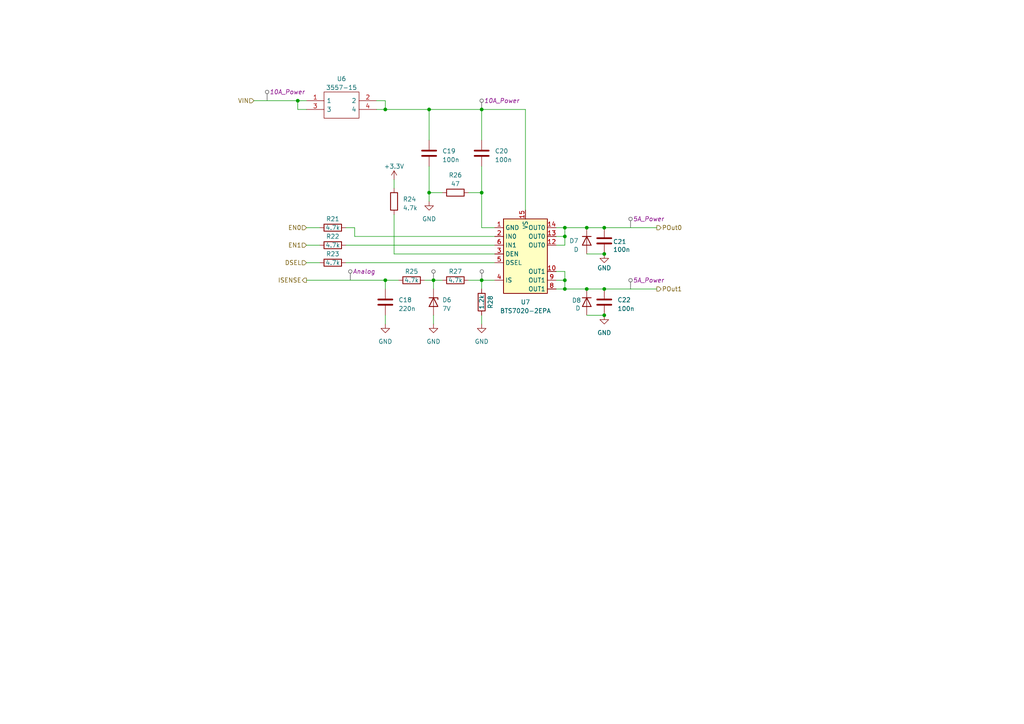
<source format=kicad_sch>
(kicad_sch
	(version 20231120)
	(generator "eeschema")
	(generator_version "8.0")
	(uuid "17d2bf03-0288-4dba-84df-a9998df25c7a")
	(paper "A4")
	(title_block
		(company "Nived Jayaprakash Nambiar ")
		(comment 1 "FasTTUBe Electronics")
	)
	(lib_symbols
		(symbol "3557-15:3557-15"
			(pin_names
				(offset 0.762)
			)
			(exclude_from_sim no)
			(in_bom yes)
			(on_board yes)
			(property "Reference" "U"
				(at 16.51 7.62 0)
				(effects
					(font
						(size 1.27 1.27)
					)
					(justify left)
				)
			)
			(property "Value" "3557-15"
				(at 16.51 5.08 0)
				(effects
					(font
						(size 1.27 1.27)
					)
					(justify left)
				)
			)
			(property "Footprint" "355715"
				(at 16.51 2.54 0)
				(effects
					(font
						(size 1.27 1.27)
					)
					(justify left)
					(hide yes)
				)
			)
			(property "Datasheet" "https://componentsearchengine.com/Datasheets/1/3557-15.pdf"
				(at 16.51 0 0)
				(effects
					(font
						(size 1.27 1.27)
					)
					(justify left)
					(hide yes)
				)
			)
			(property "Description" "Fuse Holder T/H 2 IN 1 AUTO BLDE HOLDER, BLUE 15A"
				(at 16.51 -2.54 0)
				(effects
					(font
						(size 1.27 1.27)
					)
					(justify left)
					(hide yes)
				)
			)
			(property "Height" "7.37"
				(at 16.51 -5.08 0)
				(effects
					(font
						(size 1.27 1.27)
					)
					(justify left)
					(hide yes)
				)
			)
			(property "heisener Part Number" ""
				(at 16.51 -7.62 0)
				(effects
					(font
						(size 1.27 1.27)
					)
					(justify left)
					(hide yes)
				)
			)
			(property "heisener Price/Stock" ""
				(at 16.51 -10.16 0)
				(effects
					(font
						(size 1.27 1.27)
					)
					(justify left)
					(hide yes)
				)
			)
			(property "Manufacturer_Name" "Keystone Electronics"
				(at 16.51 -12.7 0)
				(effects
					(font
						(size 1.27 1.27)
					)
					(justify left)
					(hide yes)
				)
			)
			(property "Manufacturer_Part_Number" "3557-15"
				(at 16.51 -15.24 0)
				(effects
					(font
						(size 1.27 1.27)
					)
					(justify left)
					(hide yes)
				)
			)
			(symbol "3557-15_0_0"
				(pin passive line
					(at 0 0 0)
					(length 5.08)
					(name "1"
						(effects
							(font
								(size 1.27 1.27)
							)
						)
					)
					(number "1"
						(effects
							(font
								(size 1.27 1.27)
							)
						)
					)
				)
				(pin passive line
					(at 20.32 0 180)
					(length 5.08)
					(name "2"
						(effects
							(font
								(size 1.27 1.27)
							)
						)
					)
					(number "2"
						(effects
							(font
								(size 1.27 1.27)
							)
						)
					)
				)
				(pin passive line
					(at 0 -2.54 0)
					(length 5.08)
					(name "3"
						(effects
							(font
								(size 1.27 1.27)
							)
						)
					)
					(number "3"
						(effects
							(font
								(size 1.27 1.27)
							)
						)
					)
				)
				(pin passive line
					(at 20.32 -2.54 180)
					(length 5.08)
					(name "4"
						(effects
							(font
								(size 1.27 1.27)
							)
						)
					)
					(number "4"
						(effects
							(font
								(size 1.27 1.27)
							)
						)
					)
				)
			)
			(symbol "3557-15_0_1"
				(polyline
					(pts
						(xy 5.08 2.54) (xy 15.24 2.54) (xy 15.24 -5.08) (xy 5.08 -5.08) (xy 5.08 2.54)
					)
					(stroke
						(width 0.1524)
						(type solid)
					)
					(fill
						(type none)
					)
				)
			)
		)
		(symbol "Device:C"
			(pin_numbers hide)
			(pin_names
				(offset 0.254)
			)
			(exclude_from_sim no)
			(in_bom yes)
			(on_board yes)
			(property "Reference" "C"
				(at 0.635 2.54 0)
				(effects
					(font
						(size 1.27 1.27)
					)
					(justify left)
				)
			)
			(property "Value" "C"
				(at 0.635 -2.54 0)
				(effects
					(font
						(size 1.27 1.27)
					)
					(justify left)
				)
			)
			(property "Footprint" ""
				(at 0.9652 -3.81 0)
				(effects
					(font
						(size 1.27 1.27)
					)
					(hide yes)
				)
			)
			(property "Datasheet" "~"
				(at 0 0 0)
				(effects
					(font
						(size 1.27 1.27)
					)
					(hide yes)
				)
			)
			(property "Description" "Unpolarized capacitor"
				(at 0 0 0)
				(effects
					(font
						(size 1.27 1.27)
					)
					(hide yes)
				)
			)
			(property "ki_keywords" "cap capacitor"
				(at 0 0 0)
				(effects
					(font
						(size 1.27 1.27)
					)
					(hide yes)
				)
			)
			(property "ki_fp_filters" "C_*"
				(at 0 0 0)
				(effects
					(font
						(size 1.27 1.27)
					)
					(hide yes)
				)
			)
			(symbol "C_0_1"
				(polyline
					(pts
						(xy -2.032 -0.762) (xy 2.032 -0.762)
					)
					(stroke
						(width 0.508)
						(type default)
					)
					(fill
						(type none)
					)
				)
				(polyline
					(pts
						(xy -2.032 0.762) (xy 2.032 0.762)
					)
					(stroke
						(width 0.508)
						(type default)
					)
					(fill
						(type none)
					)
				)
			)
			(symbol "C_1_1"
				(pin passive line
					(at 0 3.81 270)
					(length 2.794)
					(name "~"
						(effects
							(font
								(size 1.27 1.27)
							)
						)
					)
					(number "1"
						(effects
							(font
								(size 1.27 1.27)
							)
						)
					)
				)
				(pin passive line
					(at 0 -3.81 90)
					(length 2.794)
					(name "~"
						(effects
							(font
								(size 1.27 1.27)
							)
						)
					)
					(number "2"
						(effects
							(font
								(size 1.27 1.27)
							)
						)
					)
				)
			)
		)
		(symbol "Device:D"
			(pin_numbers hide)
			(pin_names
				(offset 1.016) hide)
			(exclude_from_sim no)
			(in_bom yes)
			(on_board yes)
			(property "Reference" "D"
				(at 0 2.54 0)
				(effects
					(font
						(size 1.27 1.27)
					)
				)
			)
			(property "Value" "D"
				(at 0 -2.54 0)
				(effects
					(font
						(size 1.27 1.27)
					)
				)
			)
			(property "Footprint" ""
				(at 0 0 0)
				(effects
					(font
						(size 1.27 1.27)
					)
					(hide yes)
				)
			)
			(property "Datasheet" "~"
				(at 0 0 0)
				(effects
					(font
						(size 1.27 1.27)
					)
					(hide yes)
				)
			)
			(property "Description" "Diode"
				(at 0 0 0)
				(effects
					(font
						(size 1.27 1.27)
					)
					(hide yes)
				)
			)
			(property "Sim.Device" "D"
				(at 0 0 0)
				(effects
					(font
						(size 1.27 1.27)
					)
					(hide yes)
				)
			)
			(property "Sim.Pins" "1=K 2=A"
				(at 0 0 0)
				(effects
					(font
						(size 1.27 1.27)
					)
					(hide yes)
				)
			)
			(property "ki_keywords" "diode"
				(at 0 0 0)
				(effects
					(font
						(size 1.27 1.27)
					)
					(hide yes)
				)
			)
			(property "ki_fp_filters" "TO-???* *_Diode_* *SingleDiode* D_*"
				(at 0 0 0)
				(effects
					(font
						(size 1.27 1.27)
					)
					(hide yes)
				)
			)
			(symbol "D_0_1"
				(polyline
					(pts
						(xy -1.27 1.27) (xy -1.27 -1.27)
					)
					(stroke
						(width 0.254)
						(type default)
					)
					(fill
						(type none)
					)
				)
				(polyline
					(pts
						(xy 1.27 0) (xy -1.27 0)
					)
					(stroke
						(width 0)
						(type default)
					)
					(fill
						(type none)
					)
				)
				(polyline
					(pts
						(xy 1.27 1.27) (xy 1.27 -1.27) (xy -1.27 0) (xy 1.27 1.27)
					)
					(stroke
						(width 0.254)
						(type default)
					)
					(fill
						(type none)
					)
				)
			)
			(symbol "D_1_1"
				(pin passive line
					(at -3.81 0 0)
					(length 2.54)
					(name "K"
						(effects
							(font
								(size 1.27 1.27)
							)
						)
					)
					(number "1"
						(effects
							(font
								(size 1.27 1.27)
							)
						)
					)
				)
				(pin passive line
					(at 3.81 0 180)
					(length 2.54)
					(name "A"
						(effects
							(font
								(size 1.27 1.27)
							)
						)
					)
					(number "2"
						(effects
							(font
								(size 1.27 1.27)
							)
						)
					)
				)
			)
		)
		(symbol "Device:D_Zener"
			(pin_numbers hide)
			(pin_names
				(offset 1.016) hide)
			(exclude_from_sim no)
			(in_bom yes)
			(on_board yes)
			(property "Reference" "D"
				(at 0 2.54 0)
				(effects
					(font
						(size 1.27 1.27)
					)
				)
			)
			(property "Value" "D_Zener"
				(at 0 -2.54 0)
				(effects
					(font
						(size 1.27 1.27)
					)
				)
			)
			(property "Footprint" ""
				(at 0 0 0)
				(effects
					(font
						(size 1.27 1.27)
					)
					(hide yes)
				)
			)
			(property "Datasheet" "~"
				(at 0 0 0)
				(effects
					(font
						(size 1.27 1.27)
					)
					(hide yes)
				)
			)
			(property "Description" "Zener diode"
				(at 0 0 0)
				(effects
					(font
						(size 1.27 1.27)
					)
					(hide yes)
				)
			)
			(property "ki_keywords" "diode"
				(at 0 0 0)
				(effects
					(font
						(size 1.27 1.27)
					)
					(hide yes)
				)
			)
			(property "ki_fp_filters" "TO-???* *_Diode_* *SingleDiode* D_*"
				(at 0 0 0)
				(effects
					(font
						(size 1.27 1.27)
					)
					(hide yes)
				)
			)
			(symbol "D_Zener_0_1"
				(polyline
					(pts
						(xy 1.27 0) (xy -1.27 0)
					)
					(stroke
						(width 0)
						(type default)
					)
					(fill
						(type none)
					)
				)
				(polyline
					(pts
						(xy -1.27 -1.27) (xy -1.27 1.27) (xy -0.762 1.27)
					)
					(stroke
						(width 0.254)
						(type default)
					)
					(fill
						(type none)
					)
				)
				(polyline
					(pts
						(xy 1.27 -1.27) (xy 1.27 1.27) (xy -1.27 0) (xy 1.27 -1.27)
					)
					(stroke
						(width 0.254)
						(type default)
					)
					(fill
						(type none)
					)
				)
			)
			(symbol "D_Zener_1_1"
				(pin passive line
					(at -3.81 0 0)
					(length 2.54)
					(name "K"
						(effects
							(font
								(size 1.27 1.27)
							)
						)
					)
					(number "1"
						(effects
							(font
								(size 1.27 1.27)
							)
						)
					)
				)
				(pin passive line
					(at 3.81 0 180)
					(length 2.54)
					(name "A"
						(effects
							(font
								(size 1.27 1.27)
							)
						)
					)
					(number "2"
						(effects
							(font
								(size 1.27 1.27)
							)
						)
					)
				)
			)
		)
		(symbol "Device:R"
			(pin_numbers hide)
			(pin_names
				(offset 0)
			)
			(exclude_from_sim no)
			(in_bom yes)
			(on_board yes)
			(property "Reference" "R"
				(at 2.032 0 90)
				(effects
					(font
						(size 1.27 1.27)
					)
				)
			)
			(property "Value" "R"
				(at 0 0 90)
				(effects
					(font
						(size 1.27 1.27)
					)
				)
			)
			(property "Footprint" ""
				(at -1.778 0 90)
				(effects
					(font
						(size 1.27 1.27)
					)
					(hide yes)
				)
			)
			(property "Datasheet" "~"
				(at 0 0 0)
				(effects
					(font
						(size 1.27 1.27)
					)
					(hide yes)
				)
			)
			(property "Description" "Resistor"
				(at 0 0 0)
				(effects
					(font
						(size 1.27 1.27)
					)
					(hide yes)
				)
			)
			(property "ki_keywords" "R res resistor"
				(at 0 0 0)
				(effects
					(font
						(size 1.27 1.27)
					)
					(hide yes)
				)
			)
			(property "ki_fp_filters" "R_*"
				(at 0 0 0)
				(effects
					(font
						(size 1.27 1.27)
					)
					(hide yes)
				)
			)
			(symbol "R_0_1"
				(rectangle
					(start -1.016 -2.54)
					(end 1.016 2.54)
					(stroke
						(width 0.254)
						(type default)
					)
					(fill
						(type none)
					)
				)
			)
			(symbol "R_1_1"
				(pin passive line
					(at 0 3.81 270)
					(length 1.27)
					(name "~"
						(effects
							(font
								(size 1.27 1.27)
							)
						)
					)
					(number "1"
						(effects
							(font
								(size 1.27 1.27)
							)
						)
					)
				)
				(pin passive line
					(at 0 -3.81 90)
					(length 1.27)
					(name "~"
						(effects
							(font
								(size 1.27 1.27)
							)
						)
					)
					(number "2"
						(effects
							(font
								(size 1.27 1.27)
							)
						)
					)
				)
			)
		)
		(symbol "PROFET:BTS7020-2EPA"
			(exclude_from_sim no)
			(in_bom yes)
			(on_board yes)
			(property "Reference" "U"
				(at -5.08 11.43 0)
				(effects
					(font
						(size 1.27 1.27)
					)
				)
			)
			(property "Value" "BTS7020-2EPA"
				(at 7.62 11.43 0)
				(effects
					(font
						(size 1.27 1.27)
					)
				)
			)
			(property "Footprint" "Package_SO:Infineon_PG-TSDSO-14-22"
				(at -22.86 -12.7 0)
				(effects
					(font
						(size 1.27 1.27)
					)
					(hide yes)
				)
			)
			(property "Datasheet" "https://www.infineon.com/dgdl/Infineon-BTS7120-2EPA-DataSheet-v01_10-EN.pdf?fileId=5546d462636cc8fb016421dc08d31138"
				(at -3.81 -19.05 0)
				(effects
					(font
						(size 1.27 1.27)
					)
					(hide yes)
				)
			)
			(property "Description" "Smart High-Side Power Switch, PROFET, Two Channel, 12V, 5A, Rds(on) 23.7mΩ, PG-TSDSO-14-22"
				(at 0 0 0)
				(effects
					(font
						(size 1.27 1.27)
					)
					(hide yes)
				)
			)
			(property "ki_keywords" "BTS7004"
				(at 0 0 0)
				(effects
					(font
						(size 1.27 1.27)
					)
					(hide yes)
				)
			)
			(property "ki_fp_filters" "Infineon*TSDSO*22*"
				(at 0 0 0)
				(effects
					(font
						(size 1.27 1.27)
					)
					(hide yes)
				)
			)
			(symbol "BTS7020-2EPA_0_0"
				(pin input line
					(at -8.89 -2.54 0)
					(length 2.54)
					(name "DSEL"
						(effects
							(font
								(size 1.27 1.27)
							)
						)
					)
					(number "5"
						(effects
							(font
								(size 1.27 1.27)
							)
						)
					)
				)
				(pin input line
					(at -8.89 2.54 0)
					(length 2.54)
					(name "IN1"
						(effects
							(font
								(size 1.27 1.27)
							)
						)
					)
					(number "6"
						(effects
							(font
								(size 1.27 1.27)
							)
						)
					)
				)
			)
			(symbol "BTS7020-2EPA_0_1"
				(rectangle
					(start -6.35 10.16)
					(end 6.35 -11.43)
					(stroke
						(width 0.254)
						(type default)
					)
					(fill
						(type background)
					)
				)
			)
			(symbol "BTS7020-2EPA_1_1"
				(pin power_out line
					(at -8.89 7.62 0)
					(length 2.54)
					(name "GND"
						(effects
							(font
								(size 1.27 1.27)
							)
						)
					)
					(number "1"
						(effects
							(font
								(size 1.27 1.27)
							)
						)
					)
				)
				(pin output line
					(at 8.89 -5.08 180)
					(length 2.54)
					(name "OUT1"
						(effects
							(font
								(size 1.27 1.27)
							)
						)
					)
					(number "10"
						(effects
							(font
								(size 1.27 1.27)
							)
						)
					)
				)
				(pin no_connect line
					(at 8.89 -1.27 180)
					(length 2.54) hide
					(name "NC"
						(effects
							(font
								(size 1.27 1.27)
							)
						)
					)
					(number "11"
						(effects
							(font
								(size 1.27 1.27)
							)
						)
					)
				)
				(pin output line
					(at 8.89 2.54 180)
					(length 2.54)
					(name "OUT0"
						(effects
							(font
								(size 1.27 1.27)
							)
						)
					)
					(number "12"
						(effects
							(font
								(size 1.27 1.27)
							)
						)
					)
				)
				(pin output line
					(at 8.89 5.08 180)
					(length 2.54)
					(name "OUT0"
						(effects
							(font
								(size 1.27 1.27)
							)
						)
					)
					(number "13"
						(effects
							(font
								(size 1.27 1.27)
							)
						)
					)
				)
				(pin output line
					(at 8.89 7.62 180)
					(length 2.54)
					(name "OUT0"
						(effects
							(font
								(size 1.27 1.27)
							)
						)
					)
					(number "14"
						(effects
							(font
								(size 1.27 1.27)
							)
						)
					)
				)
				(pin power_in line
					(at 0 12.7 270)
					(length 2.54)
					(name "VS"
						(effects
							(font
								(size 1.27 1.27)
							)
						)
					)
					(number "15"
						(effects
							(font
								(size 1.27 1.27)
							)
						)
					)
				)
				(pin input line
					(at -8.89 5.08 0)
					(length 2.54)
					(name "IN0"
						(effects
							(font
								(size 1.27 1.27)
							)
						)
					)
					(number "2"
						(effects
							(font
								(size 1.27 1.27)
							)
						)
					)
				)
				(pin input line
					(at -8.89 0 0)
					(length 2.54)
					(name "DEN"
						(effects
							(font
								(size 1.27 1.27)
							)
						)
					)
					(number "3"
						(effects
							(font
								(size 1.27 1.27)
							)
						)
					)
				)
				(pin output line
					(at -8.89 -7.62 0)
					(length 2.54)
					(name "IS"
						(effects
							(font
								(size 1.27 1.27)
							)
						)
					)
					(number "4"
						(effects
							(font
								(size 1.27 1.27)
							)
						)
					)
				)
				(pin no_connect line
					(at -8.89 -10.16 0)
					(length 2.54) hide
					(name "NC"
						(effects
							(font
								(size 1.27 1.27)
							)
						)
					)
					(number "7"
						(effects
							(font
								(size 1.27 1.27)
							)
						)
					)
				)
				(pin output line
					(at 8.89 -10.16 180)
					(length 2.54)
					(name "OUT1"
						(effects
							(font
								(size 1.27 1.27)
							)
						)
					)
					(number "8"
						(effects
							(font
								(size 1.27 1.27)
							)
						)
					)
				)
				(pin output line
					(at 8.89 -7.62 180)
					(length 2.54)
					(name "OUT1"
						(effects
							(font
								(size 1.27 1.27)
							)
						)
					)
					(number "9"
						(effects
							(font
								(size 1.27 1.27)
							)
						)
					)
				)
			)
		)
		(symbol "power:+3.3V"
			(power)
			(pin_names
				(offset 0)
			)
			(exclude_from_sim no)
			(in_bom yes)
			(on_board yes)
			(property "Reference" "#PWR"
				(at 0 -3.81 0)
				(effects
					(font
						(size 1.27 1.27)
					)
					(hide yes)
				)
			)
			(property "Value" "+3.3V"
				(at 0 3.556 0)
				(effects
					(font
						(size 1.27 1.27)
					)
				)
			)
			(property "Footprint" ""
				(at 0 0 0)
				(effects
					(font
						(size 1.27 1.27)
					)
					(hide yes)
				)
			)
			(property "Datasheet" ""
				(at 0 0 0)
				(effects
					(font
						(size 1.27 1.27)
					)
					(hide yes)
				)
			)
			(property "Description" "Power symbol creates a global label with name \"+3.3V\""
				(at 0 0 0)
				(effects
					(font
						(size 1.27 1.27)
					)
					(hide yes)
				)
			)
			(property "ki_keywords" "global power"
				(at 0 0 0)
				(effects
					(font
						(size 1.27 1.27)
					)
					(hide yes)
				)
			)
			(symbol "+3.3V_0_1"
				(polyline
					(pts
						(xy -0.762 1.27) (xy 0 2.54)
					)
					(stroke
						(width 0)
						(type default)
					)
					(fill
						(type none)
					)
				)
				(polyline
					(pts
						(xy 0 0) (xy 0 2.54)
					)
					(stroke
						(width 0)
						(type default)
					)
					(fill
						(type none)
					)
				)
				(polyline
					(pts
						(xy 0 2.54) (xy 0.762 1.27)
					)
					(stroke
						(width 0)
						(type default)
					)
					(fill
						(type none)
					)
				)
			)
			(symbol "+3.3V_1_1"
				(pin power_in line
					(at 0 0 90)
					(length 0) hide
					(name "+3.3V"
						(effects
							(font
								(size 1.27 1.27)
							)
						)
					)
					(number "1"
						(effects
							(font
								(size 1.27 1.27)
							)
						)
					)
				)
			)
		)
		(symbol "power:GND"
			(power)
			(pin_names
				(offset 0)
			)
			(exclude_from_sim no)
			(in_bom yes)
			(on_board yes)
			(property "Reference" "#PWR"
				(at 0 -6.35 0)
				(effects
					(font
						(size 1.27 1.27)
					)
					(hide yes)
				)
			)
			(property "Value" "GND"
				(at 0 -3.81 0)
				(effects
					(font
						(size 1.27 1.27)
					)
				)
			)
			(property "Footprint" ""
				(at 0 0 0)
				(effects
					(font
						(size 1.27 1.27)
					)
					(hide yes)
				)
			)
			(property "Datasheet" ""
				(at 0 0 0)
				(effects
					(font
						(size 1.27 1.27)
					)
					(hide yes)
				)
			)
			(property "Description" "Power symbol creates a global label with name \"GND\" , ground"
				(at 0 0 0)
				(effects
					(font
						(size 1.27 1.27)
					)
					(hide yes)
				)
			)
			(property "ki_keywords" "global power"
				(at 0 0 0)
				(effects
					(font
						(size 1.27 1.27)
					)
					(hide yes)
				)
			)
			(symbol "GND_0_1"
				(polyline
					(pts
						(xy 0 0) (xy 0 -1.27) (xy 1.27 -1.27) (xy 0 -2.54) (xy -1.27 -1.27) (xy 0 -1.27)
					)
					(stroke
						(width 0)
						(type default)
					)
					(fill
						(type none)
					)
				)
			)
			(symbol "GND_1_1"
				(pin power_in line
					(at 0 0 270)
					(length 0) hide
					(name "GND"
						(effects
							(font
								(size 1.27 1.27)
							)
						)
					)
					(number "1"
						(effects
							(font
								(size 1.27 1.27)
							)
						)
					)
				)
			)
		)
	)
	(junction
		(at 111.76 81.28)
		(diameter 0)
		(color 0 0 0 0)
		(uuid "134c050c-fa2d-456e-818e-33c9a39bb2bf")
	)
	(junction
		(at 163.83 83.82)
		(diameter 0)
		(color 0 0 0 0)
		(uuid "2e2e9c4f-9a22-4be9-9034-ae550d6b016c")
	)
	(junction
		(at 175.26 66.04)
		(diameter 0)
		(color 0 0 0 0)
		(uuid "3797143a-0a8f-44d0-a726-7e4485cef2d4")
	)
	(junction
		(at 163.83 68.58)
		(diameter 0)
		(color 0 0 0 0)
		(uuid "4d792f0f-4bcc-4f42-ae41-e8859d148c8b")
	)
	(junction
		(at 163.83 81.28)
		(diameter 0)
		(color 0 0 0 0)
		(uuid "698788fd-18c2-4f94-9a6e-1e970acf7381")
	)
	(junction
		(at 139.7 55.88)
		(diameter 0)
		(color 0 0 0 0)
		(uuid "861ce72d-fc56-447b-a813-9e0e33e9637e")
	)
	(junction
		(at 125.73 81.28)
		(diameter 0)
		(color 0 0 0 0)
		(uuid "8bd7cf9e-18b4-4189-90b6-fa9dfba093b2")
	)
	(junction
		(at 175.26 83.82)
		(diameter 0)
		(color 0 0 0 0)
		(uuid "98b281dc-0229-4b49-86be-40f066a13e4b")
	)
	(junction
		(at 139.7 31.75)
		(diameter 0)
		(color 0 0 0 0)
		(uuid "a67ae0cf-6a6f-4ee3-ad4d-5ffe19fff9a4")
	)
	(junction
		(at 175.26 91.44)
		(diameter 0)
		(color 0 0 0 0)
		(uuid "bd597875-e88a-4d0a-816e-e104ab536ac3")
	)
	(junction
		(at 163.83 66.04)
		(diameter 0)
		(color 0 0 0 0)
		(uuid "c86fb06f-e61b-4430-9e59-b632580c6ccb")
	)
	(junction
		(at 124.46 31.75)
		(diameter 0)
		(color 0 0 0 0)
		(uuid "c91506bc-5885-4da4-a55d-825ac4ef579e")
	)
	(junction
		(at 139.7 81.28)
		(diameter 0)
		(color 0 0 0 0)
		(uuid "cced173d-a426-4706-a358-ab6feefefebe")
	)
	(junction
		(at 124.46 55.88)
		(diameter 0)
		(color 0 0 0 0)
		(uuid "cda76062-8b98-4d11-af51-1638b264df0c")
	)
	(junction
		(at 86.36 29.21)
		(diameter 0)
		(color 0 0 0 0)
		(uuid "ce485005-8bd7-4ce6-aeb6-2c1d17a54028")
	)
	(junction
		(at 111.76 31.75)
		(diameter 0)
		(color 0 0 0 0)
		(uuid "d2d0ed8d-e828-47ee-81be-1dea86b883ba")
	)
	(junction
		(at 170.18 83.82)
		(diameter 0)
		(color 0 0 0 0)
		(uuid "d8762b3b-eeb2-4f57-bcbf-7a88a4fa6a85")
	)
	(junction
		(at 175.26 73.66)
		(diameter 0)
		(color 0 0 0 0)
		(uuid "f2c24715-70ac-4174-b725-e69e718e2158")
	)
	(junction
		(at 170.18 66.04)
		(diameter 0)
		(color 0 0 0 0)
		(uuid "ff8904f2-6bf4-4d8f-bb84-7b9822ae4b38")
	)
	(wire
		(pts
			(xy 163.83 71.12) (xy 163.83 68.58)
		)
		(stroke
			(width 0)
			(type default)
		)
		(uuid "02703d7d-d4a7-452b-bb3f-affc93c8aaf5")
	)
	(wire
		(pts
			(xy 109.22 29.21) (xy 111.76 29.21)
		)
		(stroke
			(width 0)
			(type default)
		)
		(uuid "0adc5bb3-34e2-464f-bb34-8c0c60037e58")
	)
	(wire
		(pts
			(xy 124.46 31.75) (xy 124.46 40.64)
		)
		(stroke
			(width 0)
			(type default)
		)
		(uuid "0ae752c6-22c0-4d55-ac6b-a57095730d10")
	)
	(wire
		(pts
			(xy 73.66 29.21) (xy 86.36 29.21)
		)
		(stroke
			(width 0)
			(type default)
		)
		(uuid "112bd989-9812-4f80-9544-56a5a8f83734")
	)
	(wire
		(pts
			(xy 139.7 31.75) (xy 139.7 40.64)
		)
		(stroke
			(width 0)
			(type default)
		)
		(uuid "135e54fc-8f60-4aca-bafe-42fa18b1ecdb")
	)
	(wire
		(pts
			(xy 163.83 83.82) (xy 170.18 83.82)
		)
		(stroke
			(width 0)
			(type default)
		)
		(uuid "20dfb1e0-ec30-4336-818d-f415c644a07d")
	)
	(wire
		(pts
			(xy 163.83 83.82) (xy 163.83 81.28)
		)
		(stroke
			(width 0)
			(type default)
		)
		(uuid "212edb45-9386-4315-a70b-33ca03957979")
	)
	(wire
		(pts
			(xy 100.33 76.2) (xy 143.51 76.2)
		)
		(stroke
			(width 0)
			(type default)
		)
		(uuid "2588f127-abe4-42e6-ad17-2fa9f0e445f8")
	)
	(wire
		(pts
			(xy 139.7 55.88) (xy 139.7 66.04)
		)
		(stroke
			(width 0)
			(type default)
		)
		(uuid "26c96a8e-a7a9-4a72-84de-d4d503ac730e")
	)
	(wire
		(pts
			(xy 114.3 62.23) (xy 114.3 73.66)
		)
		(stroke
			(width 0)
			(type default)
		)
		(uuid "31e7dd94-ebb9-4478-8460-3aab6bf3a3fc")
	)
	(wire
		(pts
			(xy 125.73 81.28) (xy 123.19 81.28)
		)
		(stroke
			(width 0)
			(type default)
		)
		(uuid "36c94ba7-294b-4a27-9b18-1dda9cdb5d46")
	)
	(wire
		(pts
			(xy 88.9 81.28) (xy 111.76 81.28)
		)
		(stroke
			(width 0)
			(type default)
		)
		(uuid "3b7f2150-7fb5-42cd-bc41-b3a8f42e123c")
	)
	(wire
		(pts
			(xy 139.7 83.82) (xy 139.7 81.28)
		)
		(stroke
			(width 0)
			(type default)
		)
		(uuid "3ec9e8bc-b79c-4acd-b787-4844144fcc38")
	)
	(wire
		(pts
			(xy 161.29 83.82) (xy 163.83 83.82)
		)
		(stroke
			(width 0)
			(type default)
		)
		(uuid "48434be4-9ccc-4e26-80a7-7239052babb1")
	)
	(wire
		(pts
			(xy 139.7 31.75) (xy 152.4 31.75)
		)
		(stroke
			(width 0)
			(type default)
		)
		(uuid "4b067ddc-41cf-45d0-acb4-7871ee61f8c0")
	)
	(wire
		(pts
			(xy 111.76 91.44) (xy 111.76 93.98)
		)
		(stroke
			(width 0)
			(type default)
		)
		(uuid "57487ec1-51f9-40dc-b92e-c68025ee5818")
	)
	(wire
		(pts
			(xy 109.22 31.75) (xy 111.76 31.75)
		)
		(stroke
			(width 0)
			(type default)
		)
		(uuid "5812a81e-d57d-43c1-9fdc-ba8bd680a9ce")
	)
	(wire
		(pts
			(xy 125.73 83.82) (xy 125.73 81.28)
		)
		(stroke
			(width 0)
			(type default)
		)
		(uuid "5d13e8b1-7aad-477c-99c2-ac756438296c")
	)
	(wire
		(pts
			(xy 170.18 83.82) (xy 175.26 83.82)
		)
		(stroke
			(width 0)
			(type default)
		)
		(uuid "5db63187-6401-4855-8305-514440476f1e")
	)
	(wire
		(pts
			(xy 170.18 91.44) (xy 175.26 91.44)
		)
		(stroke
			(width 0)
			(type default)
		)
		(uuid "5f4346b6-e7fc-49c6-a688-b8a7ed80b3ce")
	)
	(wire
		(pts
			(xy 125.73 91.44) (xy 125.73 93.98)
		)
		(stroke
			(width 0)
			(type default)
		)
		(uuid "61ca54cf-0069-4f98-87a9-14128e09a105")
	)
	(wire
		(pts
			(xy 102.87 68.58) (xy 102.87 66.04)
		)
		(stroke
			(width 0)
			(type default)
		)
		(uuid "626aca50-fef2-4b4e-b998-cc4825c4d50b")
	)
	(wire
		(pts
			(xy 161.29 68.58) (xy 163.83 68.58)
		)
		(stroke
			(width 0)
			(type default)
		)
		(uuid "63bea23e-128c-4e9b-bba9-2794496d4c88")
	)
	(wire
		(pts
			(xy 143.51 73.66) (xy 114.3 73.66)
		)
		(stroke
			(width 0)
			(type default)
		)
		(uuid "732e569f-ae01-4bcc-bc72-d1f9385e970f")
	)
	(wire
		(pts
			(xy 111.76 29.21) (xy 111.76 31.75)
		)
		(stroke
			(width 0)
			(type default)
		)
		(uuid "77da391d-f632-4055-83c7-7e8e4bff7430")
	)
	(wire
		(pts
			(xy 125.73 81.28) (xy 128.27 81.28)
		)
		(stroke
			(width 0)
			(type default)
		)
		(uuid "78a11545-2aac-4553-a4fd-fc020b49a233")
	)
	(wire
		(pts
			(xy 88.9 66.04) (xy 92.71 66.04)
		)
		(stroke
			(width 0)
			(type default)
		)
		(uuid "7baf9810-4285-444c-a19c-2f20162dea53")
	)
	(wire
		(pts
			(xy 88.9 31.75) (xy 86.36 31.75)
		)
		(stroke
			(width 0)
			(type default)
		)
		(uuid "7fe66e83-f1b2-4eba-b6e7-dc69e4c7b606")
	)
	(wire
		(pts
			(xy 100.33 71.12) (xy 143.51 71.12)
		)
		(stroke
			(width 0)
			(type default)
		)
		(uuid "850e1e99-2ecb-42d9-9eb6-a4f090646f46")
	)
	(wire
		(pts
			(xy 111.76 81.28) (xy 111.76 83.82)
		)
		(stroke
			(width 0)
			(type default)
		)
		(uuid "9393e126-a821-4ab1-82de-85c186594c11")
	)
	(wire
		(pts
			(xy 102.87 66.04) (xy 100.33 66.04)
		)
		(stroke
			(width 0)
			(type default)
		)
		(uuid "994b699b-62c7-45f7-8429-adae14ff3c88")
	)
	(wire
		(pts
			(xy 111.76 31.75) (xy 124.46 31.75)
		)
		(stroke
			(width 0)
			(type default)
		)
		(uuid "99b8a2db-f951-4d69-a888-bca0683b0b87")
	)
	(wire
		(pts
			(xy 124.46 55.88) (xy 124.46 48.26)
		)
		(stroke
			(width 0)
			(type default)
		)
		(uuid "99d536f5-cccf-4558-ab89-6ff0dd1112af")
	)
	(wire
		(pts
			(xy 88.9 76.2) (xy 92.71 76.2)
		)
		(stroke
			(width 0)
			(type default)
		)
		(uuid "9f36a735-ce67-4962-8d1b-0bb72f4a917f")
	)
	(wire
		(pts
			(xy 152.4 31.75) (xy 152.4 60.96)
		)
		(stroke
			(width 0)
			(type default)
		)
		(uuid "a13e8397-966f-4cf7-9d00-67c860047839")
	)
	(wire
		(pts
			(xy 163.83 68.58) (xy 163.83 66.04)
		)
		(stroke
			(width 0)
			(type default)
		)
		(uuid "a23d783f-43f2-4123-9fb9-a1635871de3b")
	)
	(wire
		(pts
			(xy 163.83 66.04) (xy 170.18 66.04)
		)
		(stroke
			(width 0)
			(type default)
		)
		(uuid "a4590d85-ef17-46a5-ace2-8d1cf71f9b2d")
	)
	(wire
		(pts
			(xy 86.36 29.21) (xy 88.9 29.21)
		)
		(stroke
			(width 0)
			(type default)
		)
		(uuid "a64acbe2-92fe-409a-a748-5bcef064cd97")
	)
	(wire
		(pts
			(xy 143.51 68.58) (xy 102.87 68.58)
		)
		(stroke
			(width 0)
			(type default)
		)
		(uuid "a64e2d21-3744-4e05-8918-ca24d002c8ac")
	)
	(wire
		(pts
			(xy 88.9 71.12) (xy 92.71 71.12)
		)
		(stroke
			(width 0)
			(type default)
		)
		(uuid "a6b4038d-184b-4d20-ade5-dc28bf5953a1")
	)
	(wire
		(pts
			(xy 161.29 71.12) (xy 163.83 71.12)
		)
		(stroke
			(width 0)
			(type default)
		)
		(uuid "a7695c43-e015-453e-86f4-6270a43f505b")
	)
	(wire
		(pts
			(xy 139.7 81.28) (xy 143.51 81.28)
		)
		(stroke
			(width 0)
			(type default)
		)
		(uuid "aa442828-f0b7-437d-983f-8c82ef5f933b")
	)
	(wire
		(pts
			(xy 124.46 55.88) (xy 124.46 58.42)
		)
		(stroke
			(width 0)
			(type default)
		)
		(uuid "b4d276bc-46fd-46e0-8aee-33a125b72b9f")
	)
	(wire
		(pts
			(xy 124.46 31.75) (xy 139.7 31.75)
		)
		(stroke
			(width 0)
			(type default)
		)
		(uuid "b932495d-1a1e-44de-b7d9-44abbfcceace")
	)
	(wire
		(pts
			(xy 115.57 81.28) (xy 111.76 81.28)
		)
		(stroke
			(width 0)
			(type default)
		)
		(uuid "c207c48c-48e4-4a17-a4b6-8e2de3129201")
	)
	(wire
		(pts
			(xy 143.51 66.04) (xy 139.7 66.04)
		)
		(stroke
			(width 0)
			(type default)
		)
		(uuid "c720fc5a-3d73-4c1f-87b7-dc8172aa5c47")
	)
	(wire
		(pts
			(xy 175.26 83.82) (xy 190.5 83.82)
		)
		(stroke
			(width 0)
			(type default)
		)
		(uuid "ccad12d7-b3b0-40e0-b97a-1b6004b48ce9")
	)
	(wire
		(pts
			(xy 170.18 73.66) (xy 175.26 73.66)
		)
		(stroke
			(width 0)
			(type default)
		)
		(uuid "d0e64117-f03e-4e33-a262-320e03c8b697")
	)
	(wire
		(pts
			(xy 139.7 48.26) (xy 139.7 55.88)
		)
		(stroke
			(width 0)
			(type default)
		)
		(uuid "d461080b-59e7-46eb-93d4-08e8a2a8f427")
	)
	(wire
		(pts
			(xy 170.18 66.04) (xy 175.26 66.04)
		)
		(stroke
			(width 0)
			(type default)
		)
		(uuid "d8200e3a-66d7-4907-9ecd-b75c803b90dd")
	)
	(wire
		(pts
			(xy 86.36 31.75) (xy 86.36 29.21)
		)
		(stroke
			(width 0)
			(type default)
		)
		(uuid "dccddf3b-1a40-4a91-be06-9bc6860142b4")
	)
	(wire
		(pts
			(xy 128.27 55.88) (xy 124.46 55.88)
		)
		(stroke
			(width 0)
			(type default)
		)
		(uuid "df0ba739-5742-4abe-8e4a-65ba9a6f8949")
	)
	(wire
		(pts
			(xy 114.3 52.07) (xy 114.3 54.61)
		)
		(stroke
			(width 0)
			(type default)
		)
		(uuid "e19bc8ca-5083-4284-b396-a916a350d405")
	)
	(wire
		(pts
			(xy 163.83 81.28) (xy 163.83 78.74)
		)
		(stroke
			(width 0)
			(type default)
		)
		(uuid "e5383c57-15dd-408b-98e9-9d9bd4ae7da5")
	)
	(wire
		(pts
			(xy 135.89 55.88) (xy 139.7 55.88)
		)
		(stroke
			(width 0)
			(type default)
		)
		(uuid "e71c52ae-f2c9-4eec-acbb-e53f7bf09d5a")
	)
	(wire
		(pts
			(xy 175.26 66.04) (xy 190.5 66.04)
		)
		(stroke
			(width 0)
			(type default)
		)
		(uuid "ea790765-fe79-4950-a296-102ef9ddeee4")
	)
	(wire
		(pts
			(xy 139.7 81.28) (xy 135.89 81.28)
		)
		(stroke
			(width 0)
			(type default)
		)
		(uuid "ebd076e6-55fe-4b19-9b6d-9aa5c7537921")
	)
	(wire
		(pts
			(xy 139.7 91.44) (xy 139.7 93.98)
		)
		(stroke
			(width 0)
			(type default)
		)
		(uuid "ee65b524-275f-4c54-a3bc-7f02a66c9559")
	)
	(wire
		(pts
			(xy 163.83 66.04) (xy 161.29 66.04)
		)
		(stroke
			(width 0)
			(type default)
		)
		(uuid "f480128c-d647-4937-ae93-c036b8b39b49")
	)
	(wire
		(pts
			(xy 161.29 81.28) (xy 163.83 81.28)
		)
		(stroke
			(width 0)
			(type default)
		)
		(uuid "f7c4f355-0c09-4fe8-9afe-feaed8340cdd")
	)
	(wire
		(pts
			(xy 163.83 78.74) (xy 161.29 78.74)
		)
		(stroke
			(width 0)
			(type default)
		)
		(uuid "f99bac99-626d-40ca-963b-9ea5f92a1fe3")
	)
	(text "\n"
		(exclude_from_sim no)
		(at 34.29 43.18 0)
		(effects
			(font
				(size 1.27 1.27)
			)
			(justify left bottom)
		)
		(uuid "921786d8-1214-4823-810c-d2aa63ba1029")
	)
	(hierarchical_label "POut0"
		(shape output)
		(at 190.5 66.04 0)
		(fields_autoplaced yes)
		(effects
			(font
				(size 1.27 1.27)
			)
			(justify left)
		)
		(uuid "003ac694-1139-44d0-a6cf-038dfaa0ab22")
	)
	(hierarchical_label "VIN"
		(shape input)
		(at 73.66 29.21 180)
		(fields_autoplaced yes)
		(effects
			(font
				(size 1.27 1.27)
			)
			(justify right)
		)
		(uuid "0a6d2174-99ca-4222-87dc-5288475b6454")
	)
	(hierarchical_label "EN1"
		(shape input)
		(at 88.9 71.12 180)
		(fields_autoplaced yes)
		(effects
			(font
				(size 1.27 1.27)
			)
			(justify right)
		)
		(uuid "23923500-2578-4244-8529-5e2a6e5f73df")
	)
	(hierarchical_label "ISENSE"
		(shape output)
		(at 88.9 81.28 180)
		(fields_autoplaced yes)
		(effects
			(font
				(size 1.27 1.27)
			)
			(justify right)
		)
		(uuid "56cf3901-70f8-49a1-8110-891a61f4c7c8")
	)
	(hierarchical_label "EN0"
		(shape input)
		(at 88.9 66.04 180)
		(fields_autoplaced yes)
		(effects
			(font
				(size 1.27 1.27)
			)
			(justify right)
		)
		(uuid "57a6e2e8-6fb3-4e6e-a9e2-3914dac7f6e2")
	)
	(hierarchical_label "DSEL"
		(shape input)
		(at 88.9 76.2 180)
		(fields_autoplaced yes)
		(effects
			(font
				(size 1.27 1.27)
			)
			(justify right)
		)
		(uuid "c587af33-e7c5-4410-9bcf-b5413bfb41c0")
	)
	(hierarchical_label "POut1"
		(shape output)
		(at 190.5 83.82 0)
		(fields_autoplaced yes)
		(effects
			(font
				(size 1.27 1.27)
			)
			(justify left)
		)
		(uuid "e28967de-876e-4328-8b97-ccf643ddb9ce")
	)
	(netclass_flag ""
		(length 2.54)
		(shape round)
		(at 182.88 66.04 0)
		(fields_autoplaced yes)
		(effects
			(font
				(size 1.27 1.27)
			)
			(justify left bottom)
		)
		(uuid "531356a5-ae68-453f-9296-6a84451d0ed6")
		(property "Netclass" "5A_Power"
			(at 183.5785 63.5 0)
			(effects
				(font
					(size 1.27 1.27)
					(italic yes)
				)
				(justify left)
			)
		)
	)
	(netclass_flag ""
		(length 2.54)
		(shape round)
		(at 182.88 83.82 0)
		(fields_autoplaced yes)
		(effects
			(font
				(size 1.27 1.27)
			)
			(justify left bottom)
		)
		(uuid "6fc32d58-15d6-4358-9944-a51d4030708b")
		(property "Netclass" "5A_Power"
			(at 183.5785 81.28 0)
			(effects
				(font
					(size 1.27 1.27)
					(italic yes)
				)
				(justify left)
			)
		)
	)
	(netclass_flag ""
		(length 2.54)
		(shape round)
		(at 139.7 31.75 0)
		(fields_autoplaced yes)
		(effects
			(font
				(size 1.27 1.27)
			)
			(justify left bottom)
		)
		(uuid "73a97e17-0754-4210-b3ed-28cfdc07eacc")
		(property "Netclass" "10A_Power"
			(at 140.3985 29.21 0)
			(effects
				(font
					(size 1.27 1.27)
					(italic yes)
				)
				(justify left)
			)
		)
	)
	(netclass_flag ""
		(length 2.54)
		(shape round)
		(at 77.47 29.21 0)
		(fields_autoplaced yes)
		(effects
			(font
				(size 1.27 1.27)
			)
			(justify left bottom)
		)
		(uuid "7b0ff4e1-1be0-4cdf-a917-2cc4a109699c")
		(property "Netclass" "10A_Power"
			(at 78.1685 26.67 0)
			(effects
				(font
					(size 1.27 1.27)
					(italic yes)
				)
				(justify left)
			)
		)
	)
	(netclass_flag ""
		(length 2.54)
		(shape round)
		(at 125.73 81.28 0)
		(fields_autoplaced yes)
		(effects
			(font
				(size 1.27 1.27)
			)
			(justify left bottom)
		)
		(uuid "bae58509-8da7-433d-b585-7be87cde686e")
		(property "Netclass" "Analog"
			(at 126.4285 78.74 0)
			(effects
				(font
					(size 1.27 1.27)
					(italic yes)
				)
				(justify left)
				(hide yes)
			)
		)
	)
	(netclass_flag ""
		(length 2.54)
		(shape round)
		(at 139.7451 81.28 0)
		(fields_autoplaced yes)
		(effects
			(font
				(size 1.27 1.27)
			)
			(justify left bottom)
		)
		(uuid "e199ef30-82da-43b5-9966-6d9c70d707a1")
		(property "Netclass" "Analog"
			(at 140.4436 78.74 0)
			(effects
				(font
					(size 1.27 1.27)
					(italic yes)
				)
				(justify left)
				(hide yes)
			)
		)
	)
	(netclass_flag ""
		(length 2.54)
		(shape round)
		(at 101.6 81.28 0)
		(fields_autoplaced yes)
		(effects
			(font
				(size 1.27 1.27)
			)
			(justify left bottom)
		)
		(uuid "f8bc812b-5551-4b6b-a42c-d063f3ba065b")
		(property "Netclass" "Analog"
			(at 102.2985 78.74 0)
			(effects
				(font
					(size 1.27 1.27)
					(italic yes)
				)
				(justify left)
			)
		)
	)
	(symbol
		(lib_id "PROFET:BTS7020-2EPA")
		(at 152.4 73.66 0)
		(unit 1)
		(exclude_from_sim no)
		(in_bom yes)
		(on_board yes)
		(dnp no)
		(fields_autoplaced yes)
		(uuid "06102caa-3ed4-4d5b-a6a0-e4637dc8f5de")
		(property "Reference" "U7"
			(at 152.4 87.63 0)
			(effects
				(font
					(size 1.27 1.27)
				)
			)
		)
		(property "Value" "BTS7020-2EPA"
			(at 152.4 90.17 0)
			(effects
				(font
					(size 1.27 1.27)
				)
			)
		)
		(property "Footprint" "Package_SO:Infineon_PG-TSDSO-14-22"
			(at 129.54 86.36 0)
			(effects
				(font
					(size 1.27 1.27)
				)
				(hide yes)
			)
		)
		(property "Datasheet" "https://www.infineon.com/dgdl/Infineon-BTS7020-2EPA-DataSheet-v01_10-EN.pdf?fileId=5546d4625ee5d4cd015f10627dfb6ca3"
			(at 148.59 92.71 0)
			(effects
				(font
					(size 1.27 1.27)
				)
				(hide yes)
			)
		)
		(property "Description" ""
			(at 152.4 73.66 0)
			(effects
				(font
					(size 1.27 1.27)
				)
				(hide yes)
			)
		)
		(pin "5"
			(uuid "0d443d18-c2fb-485d-a02f-cb05f3a03782")
		)
		(pin "6"
			(uuid "d1e00aad-0164-40f9-9469-6439891949ab")
		)
		(pin "1"
			(uuid "01894f40-0e6d-4058-9461-7595a163a999")
		)
		(pin "10"
			(uuid "4f4ae513-27b9-45a1-8c40-e2b0aed54fe3")
		)
		(pin "11"
			(uuid "161d21c5-f369-4abd-b1a0-ed4abc1d7563")
		)
		(pin "12"
			(uuid "8ffc10de-7f34-42f5-bc5a-a544630b686f")
		)
		(pin "13"
			(uuid "2657f343-c2b4-47bd-91cd-0df695178e06")
		)
		(pin "14"
			(uuid "674e5bde-42cc-4070-b28e-5b0e81329381")
		)
		(pin "15"
			(uuid "81c1d0aa-dce0-4488-bf1f-fca20dd31d84")
		)
		(pin "2"
			(uuid "40e99b8a-1c11-4302-8ba2-ef1a7bd8902f")
		)
		(pin "3"
			(uuid "290b3581-3cf5-45d1-ae3f-877cd99c5c86")
		)
		(pin "4"
			(uuid "0babca7f-bd3c-4499-b6cc-5300595e2322")
		)
		(pin "7"
			(uuid "b66f77bc-ac25-4976-9692-b18c195edaff")
		)
		(pin "8"
			(uuid "bf9ae4b5-977c-4a2d-bf82-bafc14d041b6")
		)
		(pin "9"
			(uuid "c271fc4e-3c17-4fd3-bc1e-887395e54926")
		)
		(instances
			(project "PDU FT24"
				(path "/cba93115-b7ba-40c8-a438-b74eea4adf4d/fc136761-7437-4777-9313-169871d18382/0950f7bb-82dd-4126-b0c0-1c93726e1387"
					(reference "U7")
					(unit 1)
				)
				(path "/cba93115-b7ba-40c8-a438-b74eea4adf4d/fc136761-7437-4777-9313-169871d18382/42136f63-4751-4901-a168-6d70365d3b91"
					(reference "U8")
					(unit 1)
				)
			)
		)
	)
	(symbol
		(lib_id "power:GND")
		(at 125.73 93.98 0)
		(unit 1)
		(exclude_from_sim no)
		(in_bom yes)
		(on_board yes)
		(dnp no)
		(fields_autoplaced yes)
		(uuid "1595122d-d753-491a-a095-b8e754479a5f")
		(property "Reference" "#PWR051"
			(at 125.73 100.33 0)
			(effects
				(font
					(size 1.27 1.27)
				)
				(hide yes)
			)
		)
		(property "Value" "GND"
			(at 125.73 99.06 0)
			(effects
				(font
					(size 1.27 1.27)
				)
			)
		)
		(property "Footprint" ""
			(at 125.73 93.98 0)
			(effects
				(font
					(size 1.27 1.27)
				)
				(hide yes)
			)
		)
		(property "Datasheet" ""
			(at 125.73 93.98 0)
			(effects
				(font
					(size 1.27 1.27)
				)
				(hide yes)
			)
		)
		(property "Description" ""
			(at 125.73 93.98 0)
			(effects
				(font
					(size 1.27 1.27)
				)
				(hide yes)
			)
		)
		(pin "1"
			(uuid "f317ffed-2026-4a55-bd7a-96396ed9318d")
		)
		(instances
			(project "PDU FT24"
				(path "/cba93115-b7ba-40c8-a438-b74eea4adf4d/fc136761-7437-4777-9313-169871d18382/0950f7bb-82dd-4126-b0c0-1c93726e1387"
					(reference "#PWR051")
					(unit 1)
				)
				(path "/cba93115-b7ba-40c8-a438-b74eea4adf4d/fc136761-7437-4777-9313-169871d18382/42136f63-4751-4901-a168-6d70365d3b91"
					(reference "#PWR056")
					(unit 1)
				)
			)
		)
	)
	(symbol
		(lib_id "Device:R")
		(at 119.38 81.28 90)
		(unit 1)
		(exclude_from_sim no)
		(in_bom yes)
		(on_board yes)
		(dnp no)
		(uuid "1cbaa530-250b-4a06-8a12-dfb41760df0b")
		(property "Reference" "R25"
			(at 119.38 78.74 90)
			(effects
				(font
					(size 1.27 1.27)
				)
			)
		)
		(property "Value" "4.7k"
			(at 119.38 81.28 90)
			(effects
				(font
					(size 1.27 1.27)
				)
			)
		)
		(property "Footprint" "Capacitor_SMD:C_0603_1608Metric"
			(at 119.38 83.058 90)
			(effects
				(font
					(size 1.27 1.27)
				)
				(hide yes)
			)
		)
		(property "Datasheet" "~"
			(at 119.38 81.28 0)
			(effects
				(font
					(size 1.27 1.27)
				)
				(hide yes)
			)
		)
		(property "Description" ""
			(at 119.38 81.28 0)
			(effects
				(font
					(size 1.27 1.27)
				)
				(hide yes)
			)
		)
		(pin "1"
			(uuid "496fb2f8-6d87-490e-8158-a2e77e81d5e1")
		)
		(pin "2"
			(uuid "4e33ff74-a054-4e4f-b49a-38ea11196d7c")
		)
		(instances
			(project "PDU FT24"
				(path "/cba93115-b7ba-40c8-a438-b74eea4adf4d/fc136761-7437-4777-9313-169871d18382/0950f7bb-82dd-4126-b0c0-1c93726e1387"
					(reference "R25")
					(unit 1)
				)
				(path "/cba93115-b7ba-40c8-a438-b74eea4adf4d/fc136761-7437-4777-9313-169871d18382/42136f63-4751-4901-a168-6d70365d3b91"
					(reference "R20")
					(unit 1)
				)
			)
		)
	)
	(symbol
		(lib_id "Device:C")
		(at 139.7 44.45 0)
		(unit 1)
		(exclude_from_sim no)
		(in_bom yes)
		(on_board yes)
		(dnp no)
		(fields_autoplaced yes)
		(uuid "1fa1271c-feb1-44a7-bd6e-b0ca3fa07940")
		(property "Reference" "C20"
			(at 143.51 43.815 0)
			(effects
				(font
					(size 1.27 1.27)
				)
				(justify left)
			)
		)
		(property "Value" "100n"
			(at 143.51 46.355 0)
			(effects
				(font
					(size 1.27 1.27)
				)
				(justify left)
			)
		)
		(property "Footprint" "Capacitor_SMD:C_0603_1608Metric"
			(at 140.6652 48.26 0)
			(effects
				(font
					(size 1.27 1.27)
				)
				(hide yes)
			)
		)
		(property "Datasheet" "~"
			(at 139.7 44.45 0)
			(effects
				(font
					(size 1.27 1.27)
				)
				(hide yes)
			)
		)
		(property "Description" ""
			(at 139.7 44.45 0)
			(effects
				(font
					(size 1.27 1.27)
				)
				(hide yes)
			)
		)
		(pin "1"
			(uuid "07b60756-0a53-48a3-a65c-be6d102cf285")
		)
		(pin "2"
			(uuid "7853fb47-0988-4bb1-92a2-b7a04d7e72f6")
		)
		(instances
			(project "PDU FT24"
				(path "/cba93115-b7ba-40c8-a438-b74eea4adf4d/fc136761-7437-4777-9313-169871d18382/0950f7bb-82dd-4126-b0c0-1c93726e1387"
					(reference "C20")
					(unit 1)
				)
				(path "/cba93115-b7ba-40c8-a438-b74eea4adf4d/fc136761-7437-4777-9313-169871d18382/42136f63-4751-4901-a168-6d70365d3b91"
					(reference "C15")
					(unit 1)
				)
			)
		)
	)
	(symbol
		(lib_id "Device:R")
		(at 132.08 81.28 90)
		(unit 1)
		(exclude_from_sim no)
		(in_bom yes)
		(on_board yes)
		(dnp no)
		(uuid "32970533-96cc-4433-814c-18fc62552cd1")
		(property "Reference" "R27"
			(at 132.08 78.74 90)
			(effects
				(font
					(size 1.27 1.27)
				)
			)
		)
		(property "Value" "4.7k"
			(at 132.08 81.28 90)
			(effects
				(font
					(size 1.27 1.27)
				)
			)
		)
		(property "Footprint" "Capacitor_SMD:C_0603_1608Metric"
			(at 132.08 83.058 90)
			(effects
				(font
					(size 1.27 1.27)
				)
				(hide yes)
			)
		)
		(property "Datasheet" "~"
			(at 132.08 81.28 0)
			(effects
				(font
					(size 1.27 1.27)
				)
				(hide yes)
			)
		)
		(property "Description" ""
			(at 132.08 81.28 0)
			(effects
				(font
					(size 1.27 1.27)
				)
				(hide yes)
			)
		)
		(pin "1"
			(uuid "23d07931-baec-498f-8097-bab0482c9868")
		)
		(pin "2"
			(uuid "4a62ea73-ff8e-4885-afd2-514229fbc29e")
		)
		(instances
			(project "PDU FT24"
				(path "/cba93115-b7ba-40c8-a438-b74eea4adf4d/fc136761-7437-4777-9313-169871d18382/0950f7bb-82dd-4126-b0c0-1c93726e1387"
					(reference "R27")
					(unit 1)
				)
				(path "/cba93115-b7ba-40c8-a438-b74eea4adf4d/fc136761-7437-4777-9313-169871d18382/42136f63-4751-4901-a168-6d70365d3b91"
					(reference "R30")
					(unit 1)
				)
			)
		)
	)
	(symbol
		(lib_id "power:GND")
		(at 124.46 58.42 0)
		(unit 1)
		(exclude_from_sim no)
		(in_bom yes)
		(on_board yes)
		(dnp no)
		(fields_autoplaced yes)
		(uuid "33b7d73e-e5af-4a81-9fdb-183cbb3f0d27")
		(property "Reference" "#PWR050"
			(at 124.46 64.77 0)
			(effects
				(font
					(size 1.27 1.27)
				)
				(hide yes)
			)
		)
		(property "Value" "GND"
			(at 124.46 63.5 0)
			(effects
				(font
					(size 1.27 1.27)
				)
			)
		)
		(property "Footprint" ""
			(at 124.46 58.42 0)
			(effects
				(font
					(size 1.27 1.27)
				)
				(hide yes)
			)
		)
		(property "Datasheet" ""
			(at 124.46 58.42 0)
			(effects
				(font
					(size 1.27 1.27)
				)
				(hide yes)
			)
		)
		(property "Description" ""
			(at 124.46 58.42 0)
			(effects
				(font
					(size 1.27 1.27)
				)
				(hide yes)
			)
		)
		(pin "1"
			(uuid "cfb1f24b-d240-406f-8c9a-9be270b03666")
		)
		(instances
			(project "PDU FT24"
				(path "/cba93115-b7ba-40c8-a438-b74eea4adf4d/fc136761-7437-4777-9313-169871d18382/0950f7bb-82dd-4126-b0c0-1c93726e1387"
					(reference "#PWR050")
					(unit 1)
				)
				(path "/cba93115-b7ba-40c8-a438-b74eea4adf4d/fc136761-7437-4777-9313-169871d18382/42136f63-4751-4901-a168-6d70365d3b91"
					(reference "#PWR055")
					(unit 1)
				)
			)
		)
	)
	(symbol
		(lib_id "power:GND")
		(at 139.7 93.98 0)
		(unit 1)
		(exclude_from_sim no)
		(in_bom yes)
		(on_board yes)
		(dnp no)
		(fields_autoplaced yes)
		(uuid "3e1229c4-7a87-4ae7-828d-5077b620d4ed")
		(property "Reference" "#PWR052"
			(at 139.7 100.33 0)
			(effects
				(font
					(size 1.27 1.27)
				)
				(hide yes)
			)
		)
		(property "Value" "GND"
			(at 139.7 99.06 0)
			(effects
				(font
					(size 1.27 1.27)
				)
			)
		)
		(property "Footprint" ""
			(at 139.7 93.98 0)
			(effects
				(font
					(size 1.27 1.27)
				)
				(hide yes)
			)
		)
		(property "Datasheet" ""
			(at 139.7 93.98 0)
			(effects
				(font
					(size 1.27 1.27)
				)
				(hide yes)
			)
		)
		(property "Description" ""
			(at 139.7 93.98 0)
			(effects
				(font
					(size 1.27 1.27)
				)
				(hide yes)
			)
		)
		(pin "1"
			(uuid "67aa4b47-a80b-4796-be88-c987293c4166")
		)
		(instances
			(project "PDU FT24"
				(path "/cba93115-b7ba-40c8-a438-b74eea4adf4d/fc136761-7437-4777-9313-169871d18382/0950f7bb-82dd-4126-b0c0-1c93726e1387"
					(reference "#PWR052")
					(unit 1)
				)
				(path "/cba93115-b7ba-40c8-a438-b74eea4adf4d/fc136761-7437-4777-9313-169871d18382/42136f63-4751-4901-a168-6d70365d3b91"
					(reference "#PWR057")
					(unit 1)
				)
			)
		)
	)
	(symbol
		(lib_id "Device:R")
		(at 96.52 76.2 90)
		(unit 1)
		(exclude_from_sim no)
		(in_bom yes)
		(on_board yes)
		(dnp no)
		(uuid "4b6d4676-4676-47aa-87c6-d1396a550ddf")
		(property "Reference" "R23"
			(at 96.52 73.66 90)
			(effects
				(font
					(size 1.27 1.27)
				)
			)
		)
		(property "Value" "4.7k"
			(at 96.52 76.2 90)
			(effects
				(font
					(size 1.27 1.27)
				)
			)
		)
		(property "Footprint" "Capacitor_SMD:C_0603_1608Metric"
			(at 96.52 77.978 90)
			(effects
				(font
					(size 1.27 1.27)
				)
				(hide yes)
			)
		)
		(property "Datasheet" "~"
			(at 96.52 76.2 0)
			(effects
				(font
					(size 1.27 1.27)
				)
				(hide yes)
			)
		)
		(property "Description" ""
			(at 96.52 76.2 0)
			(effects
				(font
					(size 1.27 1.27)
				)
				(hide yes)
			)
		)
		(pin "1"
			(uuid "04480152-d672-4248-9d0e-bfc0ef23a120")
		)
		(pin "2"
			(uuid "002c491c-b0ef-4117-84b6-55048dc999d9")
		)
		(instances
			(project "PDU FT24"
				(path "/cba93115-b7ba-40c8-a438-b74eea4adf4d/fc136761-7437-4777-9313-169871d18382/0950f7bb-82dd-4126-b0c0-1c93726e1387"
					(reference "R23")
					(unit 1)
				)
				(path "/cba93115-b7ba-40c8-a438-b74eea4adf4d/fc136761-7437-4777-9313-169871d18382/42136f63-4751-4901-a168-6d70365d3b91"
					(reference "R11")
					(unit 1)
				)
			)
		)
	)
	(symbol
		(lib_id "Device:C")
		(at 111.76 87.63 0)
		(unit 1)
		(exclude_from_sim no)
		(in_bom yes)
		(on_board yes)
		(dnp no)
		(fields_autoplaced yes)
		(uuid "53eb4c8e-6eaa-4b6f-8fec-4d5e38f5475e")
		(property "Reference" "C18"
			(at 115.57 86.995 0)
			(effects
				(font
					(size 1.27 1.27)
				)
				(justify left)
			)
		)
		(property "Value" "220n"
			(at 115.57 89.535 0)
			(effects
				(font
					(size 1.27 1.27)
				)
				(justify left)
			)
		)
		(property "Footprint" "Capacitor_SMD:C_0603_1608Metric"
			(at 112.7252 91.44 0)
			(effects
				(font
					(size 1.27 1.27)
				)
				(hide yes)
			)
		)
		(property "Datasheet" "~"
			(at 111.76 87.63 0)
			(effects
				(font
					(size 1.27 1.27)
				)
				(hide yes)
			)
		)
		(property "Description" ""
			(at 111.76 87.63 0)
			(effects
				(font
					(size 1.27 1.27)
				)
				(hide yes)
			)
		)
		(pin "1"
			(uuid "c2932db1-94a2-40d8-ad45-b02eec2832e1")
		)
		(pin "2"
			(uuid "266e2130-298c-4f0d-be4e-3080736254f9")
		)
		(instances
			(project "PDU FT24"
				(path "/cba93115-b7ba-40c8-a438-b74eea4adf4d/fc136761-7437-4777-9313-169871d18382/0950f7bb-82dd-4126-b0c0-1c93726e1387"
					(reference "C18")
					(unit 1)
				)
				(path "/cba93115-b7ba-40c8-a438-b74eea4adf4d/fc136761-7437-4777-9313-169871d18382/42136f63-4751-4901-a168-6d70365d3b91"
					(reference "C12")
					(unit 1)
				)
			)
		)
	)
	(symbol
		(lib_id "Device:R")
		(at 132.08 55.88 90)
		(unit 1)
		(exclude_from_sim no)
		(in_bom yes)
		(on_board yes)
		(dnp no)
		(fields_autoplaced yes)
		(uuid "73a2de09-47e9-4cef-a9c7-c6817895704c")
		(property "Reference" "R26"
			(at 132.08 50.8 90)
			(effects
				(font
					(size 1.27 1.27)
				)
			)
		)
		(property "Value" "47"
			(at 132.08 53.34 90)
			(effects
				(font
					(size 1.27 1.27)
				)
			)
		)
		(property "Footprint" "Capacitor_SMD:C_0603_1608Metric"
			(at 132.08 57.658 90)
			(effects
				(font
					(size 1.27 1.27)
				)
				(hide yes)
			)
		)
		(property "Datasheet" "~"
			(at 132.08 55.88 0)
			(effects
				(font
					(size 1.27 1.27)
				)
				(hide yes)
			)
		)
		(property "Description" ""
			(at 132.08 55.88 0)
			(effects
				(font
					(size 1.27 1.27)
				)
				(hide yes)
			)
		)
		(pin "1"
			(uuid "3626729f-853d-4bd4-8cc9-378557c33fd8")
		)
		(pin "2"
			(uuid "12f1c59e-0975-4588-a6a5-06f843a10b3f")
		)
		(instances
			(project "PDU FT24"
				(path "/cba93115-b7ba-40c8-a438-b74eea4adf4d/fc136761-7437-4777-9313-169871d18382/0950f7bb-82dd-4126-b0c0-1c93726e1387"
					(reference "R26")
					(unit 1)
				)
				(path "/cba93115-b7ba-40c8-a438-b74eea4adf4d/fc136761-7437-4777-9313-169871d18382/42136f63-4751-4901-a168-6d70365d3b91"
					(reference "R29")
					(unit 1)
				)
			)
		)
	)
	(symbol
		(lib_id "Device:R")
		(at 96.52 71.12 90)
		(unit 1)
		(exclude_from_sim no)
		(in_bom yes)
		(on_board yes)
		(dnp no)
		(uuid "75302c9a-fb48-4f7a-8430-2bd0d6ada65e")
		(property "Reference" "R22"
			(at 96.52 68.58 90)
			(effects
				(font
					(size 1.27 1.27)
				)
			)
		)
		(property "Value" "4.7k"
			(at 96.52 71.12 90)
			(effects
				(font
					(size 1.27 1.27)
				)
			)
		)
		(property "Footprint" "Capacitor_SMD:C_0603_1608Metric"
			(at 96.52 72.898 90)
			(effects
				(font
					(size 1.27 1.27)
				)
				(hide yes)
			)
		)
		(property "Datasheet" "~"
			(at 96.52 71.12 0)
			(effects
				(font
					(size 1.27 1.27)
				)
				(hide yes)
			)
		)
		(property "Description" ""
			(at 96.52 71.12 0)
			(effects
				(font
					(size 1.27 1.27)
				)
				(hide yes)
			)
		)
		(pin "1"
			(uuid "0777dfd5-501d-4104-9d74-82283c2e7f2f")
		)
		(pin "2"
			(uuid "e07f7d7e-6eda-4de4-a16b-f2d897ef6c6f")
		)
		(instances
			(project "PDU FT24"
				(path "/cba93115-b7ba-40c8-a438-b74eea4adf4d/fc136761-7437-4777-9313-169871d18382/0950f7bb-82dd-4126-b0c0-1c93726e1387"
					(reference "R22")
					(unit 1)
				)
				(path "/cba93115-b7ba-40c8-a438-b74eea4adf4d/fc136761-7437-4777-9313-169871d18382/42136f63-4751-4901-a168-6d70365d3b91"
					(reference "R9")
					(unit 1)
				)
			)
		)
	)
	(symbol
		(lib_id "Device:D")
		(at 170.18 69.85 270)
		(unit 1)
		(exclude_from_sim no)
		(in_bom yes)
		(on_board yes)
		(dnp no)
		(uuid "7997906b-0bd3-479a-9064-ee7680a7405a")
		(property "Reference" "D7"
			(at 165.1 69.85 90)
			(effects
				(font
					(size 1.27 1.27)
				)
				(justify left)
			)
		)
		(property "Value" "D"
			(at 166.37 72.39 90)
			(effects
				(font
					(size 1.27 1.27)
				)
				(justify left)
			)
		)
		(property "Footprint" ""
			(at 170.18 69.85 0)
			(effects
				(font
					(size 1.27 1.27)
				)
				(hide yes)
			)
		)
		(property "Datasheet" "~"
			(at 170.18 69.85 0)
			(effects
				(font
					(size 1.27 1.27)
				)
				(hide yes)
			)
		)
		(property "Description" ""
			(at 170.18 69.85 0)
			(effects
				(font
					(size 1.27 1.27)
				)
				(hide yes)
			)
		)
		(property "Sim.Device" "D"
			(at 170.18 69.85 0)
			(effects
				(font
					(size 1.27 1.27)
				)
				(hide yes)
			)
		)
		(property "Sim.Pins" "1=K 2=A"
			(at 170.18 69.85 0)
			(effects
				(font
					(size 1.27 1.27)
				)
				(hide yes)
			)
		)
		(pin "1"
			(uuid "d5ea4102-6136-4aa3-9a8c-26e46066d356")
		)
		(pin "2"
			(uuid "b0829759-b747-4185-9dc3-143d79b66f83")
		)
		(instances
			(project "PDU FT24"
				(path "/cba93115-b7ba-40c8-a438-b74eea4adf4d/fc136761-7437-4777-9313-169871d18382/0950f7bb-82dd-4126-b0c0-1c93726e1387"
					(reference "D7")
					(unit 1)
				)
				(path "/cba93115-b7ba-40c8-a438-b74eea4adf4d/fc136761-7437-4777-9313-169871d18382/42136f63-4751-4901-a168-6d70365d3b91"
					(reference "D9")
					(unit 1)
				)
			)
		)
	)
	(symbol
		(lib_id "Device:R")
		(at 139.7 87.63 0)
		(unit 1)
		(exclude_from_sim no)
		(in_bom yes)
		(on_board yes)
		(dnp no)
		(uuid "850b4e3c-e138-4d6e-8aa1-036ae8349a01")
		(property "Reference" "R28"
			(at 142.24 87.63 90)
			(effects
				(font
					(size 1.27 1.27)
				)
			)
		)
		(property "Value" "1.2k"
			(at 139.7 87.63 90)
			(effects
				(font
					(size 1.27 1.27)
				)
			)
		)
		(property "Footprint" "Capacitor_SMD:C_0603_1608Metric"
			(at 137.922 87.63 90)
			(effects
				(font
					(size 1.27 1.27)
				)
				(hide yes)
			)
		)
		(property "Datasheet" "~"
			(at 139.7 87.63 0)
			(effects
				(font
					(size 1.27 1.27)
				)
				(hide yes)
			)
		)
		(property "Description" ""
			(at 139.7 87.63 0)
			(effects
				(font
					(size 1.27 1.27)
				)
				(hide yes)
			)
		)
		(pin "1"
			(uuid "35a33b03-4d00-4607-8681-710c2f76d2d0")
		)
		(pin "2"
			(uuid "5fca414f-f9fd-4817-b7cc-d23df30a6761")
		)
		(instances
			(project "PDU FT24"
				(path "/cba93115-b7ba-40c8-a438-b74eea4adf4d/fc136761-7437-4777-9313-169871d18382/0950f7bb-82dd-4126-b0c0-1c93726e1387"
					(reference "R28")
					(unit 1)
				)
				(path "/cba93115-b7ba-40c8-a438-b74eea4adf4d/fc136761-7437-4777-9313-169871d18382/42136f63-4751-4901-a168-6d70365d3b91"
					(reference "R31")
					(unit 1)
				)
			)
		)
	)
	(symbol
		(lib_id "Device:C")
		(at 175.26 69.85 0)
		(unit 1)
		(exclude_from_sim no)
		(in_bom yes)
		(on_board yes)
		(dnp no)
		(uuid "9ccd6a3f-fca3-4811-9c94-099abe388c2a")
		(property "Reference" "C21"
			(at 177.8 70.104 0)
			(effects
				(font
					(size 1.27 1.27)
				)
				(justify left)
			)
		)
		(property "Value" "100n"
			(at 177.8 72.39 0)
			(effects
				(font
					(size 1.27 1.27)
				)
				(justify left)
			)
		)
		(property "Footprint" "Capacitor_SMD:C_0603_1608Metric"
			(at 176.2252 73.66 0)
			(effects
				(font
					(size 1.27 1.27)
				)
				(hide yes)
			)
		)
		(property "Datasheet" "~"
			(at 175.26 69.85 0)
			(effects
				(font
					(size 1.27 1.27)
				)
				(hide yes)
			)
		)
		(property "Description" ""
			(at 175.26 69.85 0)
			(effects
				(font
					(size 1.27 1.27)
				)
				(hide yes)
			)
		)
		(pin "1"
			(uuid "0cf0d0ff-7973-4e03-87a2-1a02eda4f64e")
		)
		(pin "2"
			(uuid "a0dfbdb8-2c3e-4c8e-b4e0-eb4918932318")
		)
		(instances
			(project "PDU FT24"
				(path "/cba93115-b7ba-40c8-a438-b74eea4adf4d/fc136761-7437-4777-9313-169871d18382/0950f7bb-82dd-4126-b0c0-1c93726e1387"
					(reference "C21")
					(unit 1)
				)
				(path "/cba93115-b7ba-40c8-a438-b74eea4adf4d/fc136761-7437-4777-9313-169871d18382/42136f63-4751-4901-a168-6d70365d3b91"
					(reference "C16")
					(unit 1)
				)
			)
		)
	)
	(symbol
		(lib_id "Device:R")
		(at 96.52 66.04 90)
		(unit 1)
		(exclude_from_sim no)
		(in_bom yes)
		(on_board yes)
		(dnp no)
		(uuid "a8818784-dd20-439b-99f7-80a5c9729d07")
		(property "Reference" "R21"
			(at 96.52 63.5 90)
			(effects
				(font
					(size 1.27 1.27)
				)
			)
		)
		(property "Value" "4.7k"
			(at 96.52 66.04 90)
			(effects
				(font
					(size 1.27 1.27)
				)
			)
		)
		(property "Footprint" "Capacitor_SMD:C_0603_1608Metric"
			(at 96.52 67.818 90)
			(effects
				(font
					(size 1.27 1.27)
				)
				(hide yes)
			)
		)
		(property "Datasheet" "~"
			(at 96.52 66.04 0)
			(effects
				(font
					(size 1.27 1.27)
				)
				(hide yes)
			)
		)
		(property "Description" ""
			(at 96.52 66.04 0)
			(effects
				(font
					(size 1.27 1.27)
				)
				(hide yes)
			)
		)
		(pin "1"
			(uuid "6d59e282-e4ac-47f7-abcc-45091cd44892")
		)
		(pin "2"
			(uuid "b9a243a8-7ae3-48ed-a67b-834c4bd27fb7")
		)
		(instances
			(project "PDU FT24"
				(path "/cba93115-b7ba-40c8-a438-b74eea4adf4d/fc136761-7437-4777-9313-169871d18382/0950f7bb-82dd-4126-b0c0-1c93726e1387"
					(reference "R21")
					(unit 1)
				)
				(path "/cba93115-b7ba-40c8-a438-b74eea4adf4d/fc136761-7437-4777-9313-169871d18382/42136f63-4751-4901-a168-6d70365d3b91"
					(reference "R6")
					(unit 1)
				)
			)
		)
	)
	(symbol
		(lib_id "Device:D_Zener")
		(at 125.73 87.63 270)
		(unit 1)
		(exclude_from_sim no)
		(in_bom yes)
		(on_board yes)
		(dnp no)
		(fields_autoplaced yes)
		(uuid "a90e9489-f650-440e-9601-99cd2942b059")
		(property "Reference" "D6"
			(at 128.27 86.995 90)
			(effects
				(font
					(size 1.27 1.27)
				)
				(justify left)
			)
		)
		(property "Value" "7V"
			(at 128.27 89.535 90)
			(effects
				(font
					(size 1.27 1.27)
				)
				(justify left)
			)
		)
		(property "Footprint" "Diode_SMD:D_0603_1608Metric"
			(at 125.73 87.63 0)
			(effects
				(font
					(size 1.27 1.27)
				)
				(hide yes)
			)
		)
		(property "Datasheet" "~"
			(at 125.73 87.63 0)
			(effects
				(font
					(size 1.27 1.27)
				)
				(hide yes)
			)
		)
		(property "Description" ""
			(at 125.73 87.63 0)
			(effects
				(font
					(size 1.27 1.27)
				)
				(hide yes)
			)
		)
		(pin "1"
			(uuid "ef6feb74-5e67-49fc-a140-b827cc2acb42")
		)
		(pin "2"
			(uuid "f60732d0-741b-4fd0-8660-b9b3e05c396f")
		)
		(instances
			(project "PDU FT24"
				(path "/cba93115-b7ba-40c8-a438-b74eea4adf4d/fc136761-7437-4777-9313-169871d18382/0950f7bb-82dd-4126-b0c0-1c93726e1387"
					(reference "D6")
					(unit 1)
				)
				(path "/cba93115-b7ba-40c8-a438-b74eea4adf4d/fc136761-7437-4777-9313-169871d18382/42136f63-4751-4901-a168-6d70365d3b91"
					(reference "D5")
					(unit 1)
				)
			)
		)
	)
	(symbol
		(lib_id "Device:C")
		(at 175.26 87.63 0)
		(unit 1)
		(exclude_from_sim no)
		(in_bom yes)
		(on_board yes)
		(dnp no)
		(fields_autoplaced yes)
		(uuid "abf8f599-80f8-442f-aae9-bffaa8d644ed")
		(property "Reference" "C22"
			(at 179.07 86.995 0)
			(effects
				(font
					(size 1.27 1.27)
				)
				(justify left)
			)
		)
		(property "Value" "100n"
			(at 179.07 89.535 0)
			(effects
				(font
					(size 1.27 1.27)
				)
				(justify left)
			)
		)
		(property "Footprint" "Capacitor_SMD:C_0603_1608Metric"
			(at 176.2252 91.44 0)
			(effects
				(font
					(size 1.27 1.27)
				)
				(hide yes)
			)
		)
		(property "Datasheet" "~"
			(at 175.26 87.63 0)
			(effects
				(font
					(size 1.27 1.27)
				)
				(hide yes)
			)
		)
		(property "Description" ""
			(at 175.26 87.63 0)
			(effects
				(font
					(size 1.27 1.27)
				)
				(hide yes)
			)
		)
		(pin "1"
			(uuid "dce06242-5df5-4f59-a022-5499da83809e")
		)
		(pin "2"
			(uuid "1e4e87b9-3234-477a-962d-74d344c8dd80")
		)
		(instances
			(project "PDU FT24"
				(path "/cba93115-b7ba-40c8-a438-b74eea4adf4d/fc136761-7437-4777-9313-169871d18382/0950f7bb-82dd-4126-b0c0-1c93726e1387"
					(reference "C22")
					(unit 1)
				)
				(path "/cba93115-b7ba-40c8-a438-b74eea4adf4d/fc136761-7437-4777-9313-169871d18382/42136f63-4751-4901-a168-6d70365d3b91"
					(reference "C17")
					(unit 1)
				)
			)
		)
	)
	(symbol
		(lib_id "Device:R")
		(at 114.3 58.42 0)
		(unit 1)
		(exclude_from_sim no)
		(in_bom yes)
		(on_board yes)
		(dnp no)
		(fields_autoplaced yes)
		(uuid "acd86239-de2a-4390-b994-0829fc7ce274")
		(property "Reference" "R24"
			(at 116.84 57.785 0)
			(effects
				(font
					(size 1.27 1.27)
				)
				(justify left)
			)
		)
		(property "Value" "4.7k"
			(at 116.84 60.325 0)
			(effects
				(font
					(size 1.27 1.27)
				)
				(justify left)
			)
		)
		(property "Footprint" "Capacitor_SMD:C_0603_1608Metric"
			(at 112.522 58.42 90)
			(effects
				(font
					(size 1.27 1.27)
				)
				(hide yes)
			)
		)
		(property "Datasheet" "~"
			(at 114.3 58.42 0)
			(effects
				(font
					(size 1.27 1.27)
				)
				(hide yes)
			)
		)
		(property "Description" ""
			(at 114.3 58.42 0)
			(effects
				(font
					(size 1.27 1.27)
				)
				(hide yes)
			)
		)
		(pin "1"
			(uuid "e64555b8-1b28-4f5b-8189-bbfce39034e8")
		)
		(pin "2"
			(uuid "f290dee9-67e9-4c81-8660-61f6c9a31a97")
		)
		(instances
			(project "PDU FT24"
				(path "/cba93115-b7ba-40c8-a438-b74eea4adf4d/fc136761-7437-4777-9313-169871d18382/0950f7bb-82dd-4126-b0c0-1c93726e1387"
					(reference "R24")
					(unit 1)
				)
				(path "/cba93115-b7ba-40c8-a438-b74eea4adf4d/fc136761-7437-4777-9313-169871d18382/42136f63-4751-4901-a168-6d70365d3b91"
					(reference "R17")
					(unit 1)
				)
			)
		)
	)
	(symbol
		(lib_id "power:GND")
		(at 175.26 91.44 0)
		(unit 1)
		(exclude_from_sim no)
		(in_bom yes)
		(on_board yes)
		(dnp no)
		(fields_autoplaced yes)
		(uuid "b157bba9-2b6b-41d5-aa32-52460254cfba")
		(property "Reference" "#PWR054"
			(at 175.26 97.79 0)
			(effects
				(font
					(size 1.27 1.27)
				)
				(hide yes)
			)
		)
		(property "Value" "GND"
			(at 175.26 96.52 0)
			(effects
				(font
					(size 1.27 1.27)
				)
			)
		)
		(property "Footprint" ""
			(at 175.26 91.44 0)
			(effects
				(font
					(size 1.27 1.27)
				)
				(hide yes)
			)
		)
		(property "Datasheet" ""
			(at 175.26 91.44 0)
			(effects
				(font
					(size 1.27 1.27)
				)
				(hide yes)
			)
		)
		(property "Description" ""
			(at 175.26 91.44 0)
			(effects
				(font
					(size 1.27 1.27)
				)
				(hide yes)
			)
		)
		(pin "1"
			(uuid "a29536f1-2cef-4580-806d-55d694c0e0b9")
		)
		(instances
			(project "PDU FT24"
				(path "/cba93115-b7ba-40c8-a438-b74eea4adf4d/fc136761-7437-4777-9313-169871d18382/0950f7bb-82dd-4126-b0c0-1c93726e1387"
					(reference "#PWR054")
					(unit 1)
				)
				(path "/cba93115-b7ba-40c8-a438-b74eea4adf4d/fc136761-7437-4777-9313-169871d18382/42136f63-4751-4901-a168-6d70365d3b91"
					(reference "#PWR059")
					(unit 1)
				)
			)
		)
	)
	(symbol
		(lib_id "Device:D")
		(at 170.18 87.63 270)
		(unit 1)
		(exclude_from_sim no)
		(in_bom yes)
		(on_board yes)
		(dnp no)
		(uuid "bad68e6b-65cd-4c20-82ee-26724df75e35")
		(property "Reference" "D8"
			(at 165.862 87.122 90)
			(effects
				(font
					(size 1.27 1.27)
				)
				(justify left)
			)
		)
		(property "Value" "D"
			(at 166.878 89.408 90)
			(effects
				(font
					(size 1.27 1.27)
				)
				(justify left)
			)
		)
		(property "Footprint" ""
			(at 170.18 87.63 0)
			(effects
				(font
					(size 1.27 1.27)
				)
				(hide yes)
			)
		)
		(property "Datasheet" "~"
			(at 170.18 87.63 0)
			(effects
				(font
					(size 1.27 1.27)
				)
				(hide yes)
			)
		)
		(property "Description" ""
			(at 170.18 87.63 0)
			(effects
				(font
					(size 1.27 1.27)
				)
				(hide yes)
			)
		)
		(property "Sim.Device" "D"
			(at 170.18 87.63 0)
			(effects
				(font
					(size 1.27 1.27)
				)
				(hide yes)
			)
		)
		(property "Sim.Pins" "1=K 2=A"
			(at 170.18 87.63 0)
			(effects
				(font
					(size 1.27 1.27)
				)
				(hide yes)
			)
		)
		(pin "1"
			(uuid "f0bddcbb-7265-437f-9eb0-60f4df261b89")
		)
		(pin "2"
			(uuid "254d1e1f-693c-43f6-bd75-19fa6fb7e853")
		)
		(instances
			(project "PDU FT24"
				(path "/cba93115-b7ba-40c8-a438-b74eea4adf4d/fc136761-7437-4777-9313-169871d18382/0950f7bb-82dd-4126-b0c0-1c93726e1387"
					(reference "D8")
					(unit 1)
				)
				(path "/cba93115-b7ba-40c8-a438-b74eea4adf4d/fc136761-7437-4777-9313-169871d18382/42136f63-4751-4901-a168-6d70365d3b91"
					(reference "D11")
					(unit 1)
				)
			)
		)
	)
	(symbol
		(lib_id "Device:C")
		(at 124.46 44.45 0)
		(unit 1)
		(exclude_from_sim no)
		(in_bom yes)
		(on_board yes)
		(dnp no)
		(fields_autoplaced yes)
		(uuid "bd295b44-b44c-41fc-815e-6890ba0dfc3f")
		(property "Reference" "C19"
			(at 128.27 43.815 0)
			(effects
				(font
					(size 1.27 1.27)
				)
				(justify left)
			)
		)
		(property "Value" "100n"
			(at 128.27 46.355 0)
			(effects
				(font
					(size 1.27 1.27)
				)
				(justify left)
			)
		)
		(property "Footprint" "Capacitor_SMD:C_0603_1608Metric"
			(at 125.4252 48.26 0)
			(effects
				(font
					(size 1.27 1.27)
				)
				(hide yes)
			)
		)
		(property "Datasheet" "~"
			(at 124.46 44.45 0)
			(effects
				(font
					(size 1.27 1.27)
				)
				(hide yes)
			)
		)
		(property "Description" ""
			(at 124.46 44.45 0)
			(effects
				(font
					(size 1.27 1.27)
				)
				(hide yes)
			)
		)
		(pin "1"
			(uuid "2a27cc51-36c3-49ff-8149-958a65abb778")
		)
		(pin "2"
			(uuid "499d1252-e170-4311-bd13-9649af8816cf")
		)
		(instances
			(project "PDU FT24"
				(path "/cba93115-b7ba-40c8-a438-b74eea4adf4d/fc136761-7437-4777-9313-169871d18382/0950f7bb-82dd-4126-b0c0-1c93726e1387"
					(reference "C19")
					(unit 1)
				)
				(path "/cba93115-b7ba-40c8-a438-b74eea4adf4d/fc136761-7437-4777-9313-169871d18382/42136f63-4751-4901-a168-6d70365d3b91"
					(reference "C13")
					(unit 1)
				)
			)
		)
	)
	(symbol
		(lib_id "power:+3.3V")
		(at 114.3 52.07 0)
		(unit 1)
		(exclude_from_sim no)
		(in_bom yes)
		(on_board yes)
		(dnp no)
		(fields_autoplaced yes)
		(uuid "ca9ecadb-de95-42c9-8f9d-8afc3f5b6b07")
		(property "Reference" "#PWR049"
			(at 114.3 55.88 0)
			(effects
				(font
					(size 1.27 1.27)
				)
				(hide yes)
			)
		)
		(property "Value" "+3.3V"
			(at 114.3 48.26 0)
			(effects
				(font
					(size 1.27 1.27)
				)
			)
		)
		(property "Footprint" ""
			(at 114.3 52.07 0)
			(effects
				(font
					(size 1.27 1.27)
				)
				(hide yes)
			)
		)
		(property "Datasheet" ""
			(at 114.3 52.07 0)
			(effects
				(font
					(size 1.27 1.27)
				)
				(hide yes)
			)
		)
		(property "Description" ""
			(at 114.3 52.07 0)
			(effects
				(font
					(size 1.27 1.27)
				)
				(hide yes)
			)
		)
		(pin "1"
			(uuid "84f6791e-5afa-4154-bf4d-91f3b0e523de")
		)
		(instances
			(project "PDU FT24"
				(path "/cba93115-b7ba-40c8-a438-b74eea4adf4d/fc136761-7437-4777-9313-169871d18382/0950f7bb-82dd-4126-b0c0-1c93726e1387"
					(reference "#PWR049")
					(unit 1)
				)
				(path "/cba93115-b7ba-40c8-a438-b74eea4adf4d/fc136761-7437-4777-9313-169871d18382/42136f63-4751-4901-a168-6d70365d3b91"
					(reference "#PWR047")
					(unit 1)
				)
			)
		)
	)
	(symbol
		(lib_id "power:GND")
		(at 175.26 73.66 0)
		(unit 1)
		(exclude_from_sim no)
		(in_bom yes)
		(on_board yes)
		(dnp no)
		(uuid "cf2c8605-4997-4ab3-b213-8a9cc8e3b759")
		(property "Reference" "#PWR053"
			(at 175.26 80.01 0)
			(effects
				(font
					(size 1.27 1.27)
				)
				(hide yes)
			)
		)
		(property "Value" "GND"
			(at 175.26 77.724 0)
			(effects
				(font
					(size 1.27 1.27)
				)
			)
		)
		(property "Footprint" ""
			(at 175.26 73.66 0)
			(effects
				(font
					(size 1.27 1.27)
				)
				(hide yes)
			)
		)
		(property "Datasheet" ""
			(at 175.26 73.66 0)
			(effects
				(font
					(size 1.27 1.27)
				)
				(hide yes)
			)
		)
		(property "Description" ""
			(at 175.26 73.66 0)
			(effects
				(font
					(size 1.27 1.27)
				)
				(hide yes)
			)
		)
		(pin "1"
			(uuid "c3c95739-546e-4462-89a2-6cb018c76ad3")
		)
		(instances
			(project "PDU FT24"
				(path "/cba93115-b7ba-40c8-a438-b74eea4adf4d/fc136761-7437-4777-9313-169871d18382/0950f7bb-82dd-4126-b0c0-1c93726e1387"
					(reference "#PWR053")
					(unit 1)
				)
				(path "/cba93115-b7ba-40c8-a438-b74eea4adf4d/fc136761-7437-4777-9313-169871d18382/42136f63-4751-4901-a168-6d70365d3b91"
					(reference "#PWR058")
					(unit 1)
				)
			)
		)
	)
	(symbol
		(lib_id "3557-15:3557-15")
		(at 88.9 29.21 0)
		(unit 1)
		(exclude_from_sim no)
		(in_bom yes)
		(on_board yes)
		(dnp no)
		(fields_autoplaced yes)
		(uuid "cfd86ade-5cad-4ef5-b105-058eee88d5ba")
		(property "Reference" "U6"
			(at 99.06 22.86 0)
			(effects
				(font
					(size 1.27 1.27)
				)
			)
		)
		(property "Value" "3557-15"
			(at 99.06 25.4 0)
			(effects
				(font
					(size 1.27 1.27)
				)
			)
		)
		(property "Footprint" "355715"
			(at 105.41 26.67 0)
			(effects
				(font
					(size 1.27 1.27)
				)
				(justify left)
				(hide yes)
			)
		)
		(property "Datasheet" "https://componentsearchengine.com/Datasheets/1/3557-15.pdf"
			(at 105.41 29.21 0)
			(effects
				(font
					(size 1.27 1.27)
				)
				(justify left)
				(hide yes)
			)
		)
		(property "Description" "Fuse Holder T/H 2 IN 1 AUTO BLDE HOLDER, BLUE 15A"
			(at 105.41 31.75 0)
			(effects
				(font
					(size 1.27 1.27)
				)
				(justify left)
				(hide yes)
			)
		)
		(property "Height" "7.37"
			(at 105.41 34.29 0)
			(effects
				(font
					(size 1.27 1.27)
				)
				(justify left)
				(hide yes)
			)
		)
		(property "heisener Part Number" ""
			(at 105.41 36.83 0)
			(effects
				(font
					(size 1.27 1.27)
				)
				(justify left)
				(hide yes)
			)
		)
		(property "heisener Price/Stock" ""
			(at 105.41 39.37 0)
			(effects
				(font
					(size 1.27 1.27)
				)
				(justify left)
				(hide yes)
			)
		)
		(property "Manufacturer_Name" "Keystone Electronics"
			(at 105.41 41.91 0)
			(effects
				(font
					(size 1.27 1.27)
				)
				(justify left)
				(hide yes)
			)
		)
		(property "Manufacturer_Part_Number" "3557-15"
			(at 105.41 44.45 0)
			(effects
				(font
					(size 1.27 1.27)
				)
				(justify left)
				(hide yes)
			)
		)
		(pin "1"
			(uuid "0b245f64-0fdb-4b47-abab-bb1da007301e")
		)
		(pin "2"
			(uuid "6e7cf8d0-bcac-442e-bfc2-2013d7b3fb90")
		)
		(pin "3"
			(uuid "a0edc543-4e21-454e-a2fa-f497420b12ad")
		)
		(pin "4"
			(uuid "ef1988b9-9294-4c76-acab-a52a9affb3fa")
		)
		(instances
			(project "PDU FT24"
				(path "/cba93115-b7ba-40c8-a438-b74eea4adf4d/fc136761-7437-4777-9313-169871d18382/0950f7bb-82dd-4126-b0c0-1c93726e1387"
					(reference "U6")
					(unit 1)
				)
				(path "/cba93115-b7ba-40c8-a438-b74eea4adf4d/fc136761-7437-4777-9313-169871d18382/42136f63-4751-4901-a168-6d70365d3b91"
					(reference "U5")
					(unit 1)
				)
			)
		)
	)
	(symbol
		(lib_id "power:GND")
		(at 111.76 93.98 0)
		(unit 1)
		(exclude_from_sim no)
		(in_bom yes)
		(on_board yes)
		(dnp no)
		(fields_autoplaced yes)
		(uuid "de39e95b-ee7e-4e8b-aae7-2969ebb84080")
		(property "Reference" "#PWR048"
			(at 111.76 100.33 0)
			(effects
				(font
					(size 1.27 1.27)
				)
				(hide yes)
			)
		)
		(property "Value" "GND"
			(at 111.76 99.06 0)
			(effects
				(font
					(size 1.27 1.27)
				)
			)
		)
		(property "Footprint" ""
			(at 111.76 93.98 0)
			(effects
				(font
					(size 1.27 1.27)
				)
				(hide yes)
			)
		)
		(property "Datasheet" ""
			(at 111.76 93.98 0)
			(effects
				(font
					(size 1.27 1.27)
				)
				(hide yes)
			)
		)
		(property "Description" ""
			(at 111.76 93.98 0)
			(effects
				(font
					(size 1.27 1.27)
				)
				(hide yes)
			)
		)
		(pin "1"
			(uuid "fbcf25da-ded9-4ccf-a528-f5d0cce14450")
		)
		(instances
			(project "PDU FT24"
				(path "/cba93115-b7ba-40c8-a438-b74eea4adf4d/fc136761-7437-4777-9313-169871d18382/0950f7bb-82dd-4126-b0c0-1c93726e1387"
					(reference "#PWR048")
					(unit 1)
				)
				(path "/cba93115-b7ba-40c8-a438-b74eea4adf4d/fc136761-7437-4777-9313-169871d18382/42136f63-4751-4901-a168-6d70365d3b91"
					(reference "#PWR046")
					(unit 1)
				)
			)
		)
	)
)
</source>
